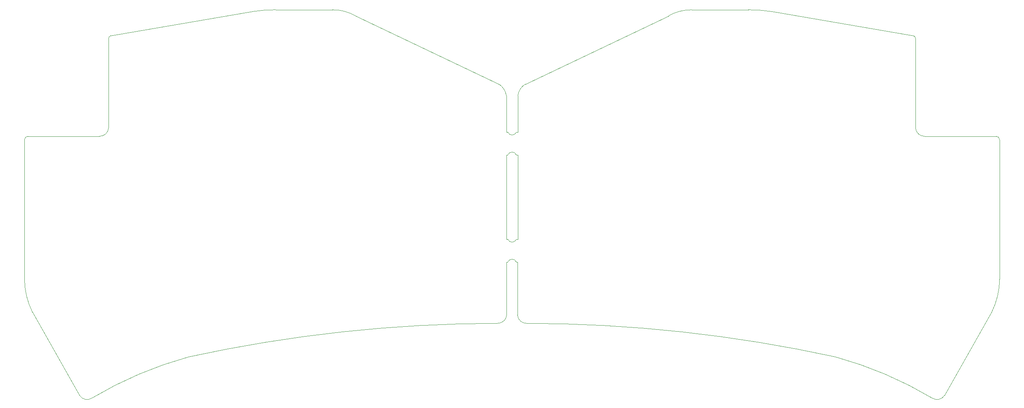
<source format=gm1>
%TF.GenerationSoftware,KiCad,Pcbnew,(6.0.7-1)-1*%
%TF.CreationDate,2022-10-21T08:25:24+02:00*%
%TF.ProjectId,sweepbling-lp__pcb,73776565-7062-46c6-996e-672d6c705f5f,rev?*%
%TF.SameCoordinates,Original*%
%TF.FileFunction,Profile,NP*%
%FSLAX46Y46*%
G04 Gerber Fmt 4.6, Leading zero omitted, Abs format (unit mm)*
G04 Created by KiCad (PCBNEW (6.0.7-1)-1) date 2022-10-21 08:25:24*
%MOMM*%
%LPD*%
G01*
G04 APERTURE LIST*
%TA.AperFunction,Profile*%
%ADD10C,0.050000*%
%TD*%
G04 APERTURE END LIST*
D10*
X131508500Y-77724000D02*
X131506254Y-89547024D01*
X219998001Y-47763999D02*
X219998045Y-27940000D01*
X223714000Y-108050000D02*
G75*
G03*
X226446000Y-107451265I1070000J1650000D01*
G01*
X219998002Y-47763999D02*
G75*
G03*
X222033002Y-49694917I1999998J69999D01*
G01*
X238688000Y-50442000D02*
G75*
G03*
X237938000Y-49692000I-750000J0D01*
G01*
X133167607Y-38099997D02*
G75*
G03*
X131572000Y-40640000I2118193J-3101803D01*
G01*
X131506294Y-89547021D02*
G75*
G03*
X133544000Y-91383119I1978006J146421D01*
G01*
X219998052Y-27940000D02*
G75*
G03*
X219563290Y-27259470I-750152J-100D01*
G01*
X223714000Y-108050000D02*
G75*
G03*
X202185134Y-98863946I-44316000J-74040000D01*
G01*
X222033002Y-49694917D02*
X237938000Y-49692000D01*
X202185133Y-98863952D02*
G75*
G03*
X133544000Y-91383119I-69219133J-316474848D01*
G01*
X238688000Y-58420000D02*
X238688000Y-66548000D01*
X236953304Y-88858150D02*
X226446000Y-107451265D01*
X236953327Y-88858162D02*
G75*
G03*
X238700000Y-81534000I-15027227J7454062D01*
G01*
X182880000Y-21502679D02*
X170180000Y-21508139D01*
X238688000Y-50442000D02*
X238688000Y-58420000D01*
X238688000Y-66548000D02*
X238688000Y-75438000D01*
X238688000Y-75438000D02*
X238700000Y-81534000D01*
X131572000Y-53848000D02*
X131572000Y-72644000D01*
X127429924Y-38099999D02*
X95497533Y-22859999D01*
X21897533Y-81533999D02*
X21909533Y-75437999D01*
X188040178Y-21897858D02*
G75*
G03*
X182880000Y-21502679I-5076178J-32395842D01*
G01*
X129343033Y-48767999D02*
X129025533Y-48767999D01*
X21909533Y-75437999D02*
X21909533Y-66547999D01*
X41034227Y-27259434D02*
G75*
G03*
X40599488Y-27939999I315173J-680466D01*
G01*
X34151495Y-107451288D02*
G75*
G03*
X36883533Y-108049999I1662005J1051288D01*
G01*
X131572000Y-48768000D02*
X131254500Y-48768000D01*
X129091279Y-89547023D02*
X129089033Y-77723999D01*
X219563290Y-27259470D02*
X188040178Y-21897859D01*
X129343033Y-77723999D02*
X129089033Y-77723999D01*
X95497524Y-22860014D02*
G75*
G03*
X90417533Y-21508138I-4991824J-8537386D01*
G01*
X21909533Y-58419999D02*
X21909533Y-50441999D01*
X34151533Y-107451264D02*
X23644229Y-88858149D01*
X40599488Y-27939999D02*
X40599532Y-47763998D01*
X127053533Y-91383118D02*
G75*
G03*
X58412399Y-98863945I578107J-323956932D01*
G01*
X131572000Y-48768000D02*
X131572000Y-40640000D01*
X170180000Y-21508139D02*
G75*
G03*
X165100000Y-22860000I-88200J-9889261D01*
G01*
X129349501Y-72643999D02*
G75*
G03*
X131254499Y-72644000I952499J380999D01*
G01*
X22659533Y-49691999D02*
X38564531Y-49694916D01*
X131572000Y-53848000D02*
X131254500Y-53848000D01*
X165100000Y-22860000D02*
X133167609Y-38100000D01*
X129025533Y-72643999D02*
X129025533Y-53847999D01*
X131254499Y-77724001D02*
G75*
G03*
X129349501Y-77724000I-952499J-380999D01*
G01*
X127053534Y-91383090D02*
G75*
G03*
X129091279Y-89547023I59766J1982490D01*
G01*
X129343033Y-53847999D02*
X129025533Y-53847999D01*
X129343033Y-72643999D02*
X129025533Y-72643999D01*
X72557355Y-21897858D02*
X41034243Y-27259469D01*
X21897521Y-81533999D02*
G75*
G03*
X23644229Y-88858149I16774379J130099D01*
G01*
X90417533Y-21508138D02*
X77717533Y-21502678D01*
X58412401Y-98863953D02*
G75*
G03*
X36883533Y-108049999I22787099J-83226047D01*
G01*
X21909533Y-66547999D02*
X21909533Y-58419999D01*
X22659533Y-49692033D02*
G75*
G03*
X21909533Y-50441999I-33J-749967D01*
G01*
X129025533Y-40639999D02*
X129025533Y-48767999D01*
X77717533Y-21502685D02*
G75*
G03*
X72557355Y-21897858I-84033J-32791115D01*
G01*
X131572000Y-72644000D02*
X131254500Y-72644000D01*
X129025515Y-40640002D02*
G75*
G03*
X127429924Y-38099999I-3713815J-561798D01*
G01*
X129349501Y-48767999D02*
G75*
G03*
X131254499Y-48768000I952499J380999D01*
G01*
X131508500Y-77724000D02*
X131254500Y-77724000D01*
X131254499Y-53848001D02*
G75*
G03*
X129349501Y-53848000I-952499J-380999D01*
G01*
X38564530Y-49694951D02*
G75*
G03*
X40599532Y-47763998I34970J2000951D01*
G01*
M02*

</source>
